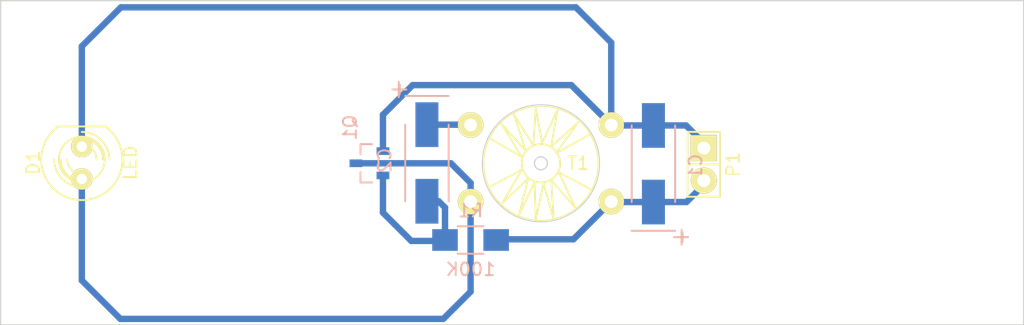
<source format=kicad_pcb>
(kicad_pcb (version 4) (host pcbnew "(2014-12-04 BZR 5312)-product")

  (general
    (links 12)
    (no_connects 0)
    (area 100.279999 88.849999 180.390001 114.350001)
    (thickness 1.6)
    (drawings 7)
    (tracks 44)
    (zones 0)
    (modules 7)
    (nets 6)
  )

  (page A4)
  (layers
    (0 F.Cu signal)
    (31 B.Cu signal)
    (32 B.Adhes user)
    (33 F.Adhes user)
    (34 B.Paste user)
    (35 F.Paste user)
    (36 B.SilkS user)
    (37 F.SilkS user)
    (38 B.Mask user)
    (39 F.Mask user)
    (40 Dwgs.User user)
    (41 Cmts.User user)
    (42 Eco1.User user)
    (43 Eco2.User user)
    (44 Edge.Cuts user)
    (45 Margin user)
    (46 B.CrtYd user)
    (47 F.CrtYd user)
    (48 B.Fab user)
    (49 F.Fab user)
  )

  (setup
    (last_trace_width 0.5)
    (trace_clearance 0.254)
    (zone_clearance 0.508)
    (zone_45_only no)
    (trace_min 0.254)
    (segment_width 0.2)
    (edge_width 0.1)
    (via_size 0.889)
    (via_drill 0.635)
    (via_min_size 0.889)
    (via_min_drill 0.508)
    (uvia_size 0.508)
    (uvia_drill 0.127)
    (uvias_allowed no)
    (uvia_min_size 0.508)
    (uvia_min_drill 0.127)
    (pcb_text_width 0.3)
    (pcb_text_size 1.5 1.5)
    (mod_edge_width 0.15)
    (mod_text_size 1 1)
    (mod_text_width 0.15)
    (pad_size 1.5 1.5)
    (pad_drill 0.6)
    (pad_to_mask_clearance 0)
    (aux_axis_origin 0 0)
    (visible_elements 7FFCFFFF)
    (pcbplotparams
      (layerselection 0x00030_80000001)
      (usegerberextensions false)
      (excludeedgelayer true)
      (linewidth 0.100000)
      (plotframeref false)
      (viasonmask false)
      (mode 1)
      (useauxorigin false)
      (hpglpennumber 1)
      (hpglpenspeed 20)
      (hpglpendiameter 15)
      (hpglpenoverlay 2)
      (psnegative false)
      (psa4output false)
      (plotreference true)
      (plotvalue true)
      (plotinvisibletext false)
      (padsonsilk false)
      (subtractmaskfromsilk false)
      (outputformat 1)
      (mirror false)
      (drillshape 1)
      (scaleselection 1)
      (outputdirectory ""))
  )

  (net 0 "")
  (net 1 "Net-(C1-Pad2)")
  (net 2 "Net-(C1-Pad1)")
  (net 3 "Net-(C2-Pad2)")
  (net 4 "Net-(C2-Pad1)")
  (net 5 "Net-(D1-Pad1)")

  (net_class Default "This is the default net class."
    (clearance 0.254)
    (trace_width 0.5)
    (via_dia 0.889)
    (via_drill 0.635)
    (uvia_dia 0.508)
    (uvia_drill 0.127)
    (add_net "Net-(C1-Pad1)")
    (add_net "Net-(C1-Pad2)")
    (add_net "Net-(C2-Pad1)")
    (add_net "Net-(C2-Pad2)")
    (add_net "Net-(D1-Pad1)")
  )

  (module LEDs:LED-5MM (layer F.Cu) (tedit 54ACF0C8) (tstamp 54ACF0DE)
    (at 106.68 101.6 90)
    (descr "LED 5mm - Lead pitch 100mil (2,54mm)")
    (tags "LED led 5mm 5MM 100mil 2,54mm")
    (path /54ACD0E8)
    (fp_text reference D1 (at 0 -3.81 90) (layer F.SilkS)
      (effects (font (size 1 1) (thickness 0.15)))
    )
    (fp_text value LED (at 0 3.81 90) (layer F.SilkS)
      (effects (font (size 1 1) (thickness 0.15)))
    )
    (fp_line (start 2.8448 1.905) (end 2.8448 -1.905) (layer F.SilkS) (width 0.15))
    (fp_circle (center 0.254 0) (end -1.016 1.27) (layer F.SilkS) (width 0.15))
    (fp_arc (start 0.254 0) (end 2.794 1.905) (angle 286.2) (layer F.SilkS) (width 0.15))
    (fp_arc (start 0.254 0) (end -0.889 0) (angle 90) (layer F.SilkS) (width 0.15))
    (fp_arc (start 0.254 0) (end 1.397 0) (angle 90) (layer F.SilkS) (width 0.15))
    (fp_arc (start 0.254 0) (end -1.397 0) (angle 90) (layer F.SilkS) (width 0.15))
    (fp_arc (start 0.254 0) (end 1.905 0) (angle 90) (layer F.SilkS) (width 0.15))
    (fp_arc (start 0.254 0) (end -1.905 0) (angle 90) (layer F.SilkS) (width 0.15))
    (fp_arc (start 0.254 0) (end 2.413 0) (angle 90) (layer F.SilkS) (width 0.15))
    (pad 1 thru_hole circle (at -1.27 0 90) (size 1.6764 1.6764) (drill 0.8128) (layers *.Cu *.Mask F.SilkS)
      (net 5 "Net-(D1-Pad1)"))
    (pad 2 thru_hole circle (at 1.27 0 90) (size 1.6764 1.6764) (drill 0.8128) (layers *.Cu *.Mask F.SilkS)
      (net 1 "Net-(C1-Pad2)"))
    (model LEDs/LED-5MM.wrl
      (at (xyz 0 0 0))
      (scale (xyz 1 1 1))
      (rotate (xyz 0 0 0))
    )
  )

  (module Pin_Headers:Pin_Header_Straight_1x02 (layer F.Cu) (tedit 54AE1660) (tstamp 54AD04A3)
    (at 155.32608 101.72192 270)
    (descr "Through hole pin header")
    (tags "pin header")
    (path /54ACCF56)
    (fp_text reference P1 (at 0 -2.286 270) (layer F.SilkS)
      (effects (font (size 1 1) (thickness 0.15)))
    )
    (fp_text value "-   +" (at 0.254 -1.905 270) (layer F.SilkS) hide
      (effects (font (size 1 1) (thickness 0.15)))
    )
    (fp_line (start 0 -1.27) (end 0 1.27) (layer F.SilkS) (width 0.15))
    (fp_line (start -2.54 -1.27) (end -2.54 1.27) (layer F.SilkS) (width 0.15))
    (fp_line (start -2.54 1.27) (end 0 1.27) (layer F.SilkS) (width 0.15))
    (fp_line (start 0 1.27) (end 2.54 1.27) (layer F.SilkS) (width 0.15))
    (fp_line (start 2.54 1.27) (end 2.54 -1.27) (layer F.SilkS) (width 0.15))
    (fp_line (start 2.54 -1.27) (end -2.54 -1.27) (layer F.SilkS) (width 0.15))
    (pad 1 thru_hole rect (at -1.27 0 270) (size 2.032 2.032) (drill 1.016) (layers *.Cu *.Mask F.SilkS)
      (net 1 "Net-(C1-Pad2)"))
    (pad 2 thru_hole oval (at 1.27 0 270) (size 2.032 2.032) (drill 1.016) (layers *.Cu *.Mask F.SilkS)
      (net 2 "Net-(C1-Pad1)"))
    (model Pin_Headers/Pin_Header_Straight_1x02.wrl
      (at (xyz 0 0 0))
      (scale (xyz 1 1 1))
      (rotate (xyz 0 0 0))
    )
  )

  (module Transistors_SMD:sot23 (layer B.Cu) (tedit 54AE1C67) (tstamp 54ACF0EB)
    (at 129.17424 101.64064 270)
    (descr SOT23)
    (path /54ACD08F)
    (attr smd)
    (fp_text reference Q1 (at -2.794 1.524 270) (layer B.SilkS)
      (effects (font (size 1 1) (thickness 0.15)) (justify mirror))
    )
    (fp_text value 2N3904 (at 3.81 1.524 270) (layer B.SilkS) hide
      (effects (font (size 1 1) (thickness 0.15)) (justify mirror))
    )
    (fp_line (start -1.5 -0.2) (end -1.5 0.7) (layer B.SilkS) (width 0.15))
    (fp_line (start -1.5 0.7) (end -0.7 0.7) (layer B.SilkS) (width 0.15))
    (fp_line (start 1.5 -0.2) (end 1.5 0.7) (layer B.SilkS) (width 0.15))
    (fp_line (start 1.5 0.7) (end 0.7 0.7) (layer B.SilkS) (width 0.15))
    (fp_line (start 0.3 -0.7) (end -0.3 -0.7) (layer B.SilkS) (width 0.15))
    (pad 1 smd rect (at -0.9525 -1.05664 270) (size 0.59944 1.00076) (layers B.Cu B.Paste B.Mask)
      (net 1 "Net-(C1-Pad2)"))
    (pad 3 smd rect (at 0 1.05664 270) (size 0.59944 1.00076) (layers B.Cu B.Paste B.Mask)
      (net 5 "Net-(D1-Pad1)"))
    (pad 2 smd rect (at 0.9525 -1.05664 270) (size 0.59944 1.00076) (layers B.Cu B.Paste B.Mask)
      (net 3 "Net-(C2-Pad2)"))
    (model Transistors_SMD/sot23.wrl
      (at (xyz 0 0 0))
      (scale (xyz 1 1 1))
      (rotate (xyz 0 0 0))
    )
  )

  (module Choke_Toroid_ThroughHole:Transformer_Toroid_horizontal_Diameter9mm_Amidon-T30 (layer F.Cu) (tedit 54AE161A) (tstamp 54ACF0F9)
    (at 142.58544 101.64064 180)
    (descr "Transformer, Toroid, horizontal, laying, Diameter 9mm, Amidon, T30,")
    (tags "Transformer, Toroid, horizontal, laying, Diameter 9mm, Amidon, T30,")
    (path /54ACF48F)
    (fp_text reference T1 (at -2.921 0 180) (layer F.SilkS)
      (effects (font (size 1 1) (thickness 0.15)))
    )
    (fp_text value torroid21T (at 0 7.62 180) (layer F.SilkS) hide
      (effects (font (size 1 1) (thickness 0.15)))
    )
    (fp_line (start -3.8989 2.30124) (end -1.19888 0.8001) (layer F.SilkS) (width 0.15))
    (fp_line (start -1.19888 0.8001) (end -2.90068 3.2004) (layer F.SilkS) (width 0.15))
    (fp_line (start -2.90068 3.2004) (end -0.8001 1.30048) (layer F.SilkS) (width 0.15))
    (fp_line (start -0.8001 1.30048) (end -1.30048 4.20116) (layer F.SilkS) (width 0.15))
    (fp_line (start -1.30048 4.20116) (end -0.09906 1.6002) (layer F.SilkS) (width 0.15))
    (fp_line (start -0.09906 1.6002) (end 0.39878 4.30022) (layer F.SilkS) (width 0.15))
    (fp_line (start 0.39878 4.30022) (end 0.59944 1.39954) (layer F.SilkS) (width 0.15))
    (fp_line (start 0.59944 1.39954) (end 2.10058 3.79984) (layer F.SilkS) (width 0.15))
    (fp_line (start 2.10058 3.79984) (end 1.19888 1.00076) (layer F.SilkS) (width 0.15))
    (fp_line (start 1.19888 1.00076) (end 3.0988 3.0988) (layer F.SilkS) (width 0.15))
    (fp_line (start 3.0988 3.0988) (end 1.50114 0.50038) (layer F.SilkS) (width 0.15))
    (fp_line (start 1.50114 0.50038) (end 3.8989 1.89992) (layer F.SilkS) (width 0.15))
    (fp_line (start -4.0005 -2.10058) (end -1.39954 -0.70104) (layer F.SilkS) (width 0.15))
    (fp_line (start -1.39954 -0.70104) (end -2.70002 -3.50012) (layer F.SilkS) (width 0.15))
    (fp_line (start -2.70002 -3.50012) (end -0.8001 -1.30048) (layer F.SilkS) (width 0.15))
    (fp_line (start -0.8001 -1.30048) (end -1.00076 -4.39928) (layer F.SilkS) (width 0.15))
    (fp_line (start -1.00076 -4.39928) (end -0.20066 -1.6002) (layer F.SilkS) (width 0.15))
    (fp_line (start -0.20066 -1.6002) (end 0.39878 -4.39928) (layer F.SilkS) (width 0.15))
    (fp_line (start 0.39878 -4.39928) (end 0.50038 -1.50114) (layer F.SilkS) (width 0.15))
    (fp_line (start 0.50038 -1.50114) (end 1.69926 -4.0005) (layer F.SilkS) (width 0.15))
    (fp_line (start 1.69926 -4.0005) (end 1.00076 -1.19888) (layer F.SilkS) (width 0.15))
    (fp_line (start 1.00076 -1.19888) (end 2.99974 -3.0988) (layer F.SilkS) (width 0.15))
    (fp_line (start 2.99974 -3.0988) (end 1.50114 -0.50038) (layer F.SilkS) (width 0.15))
    (fp_line (start 1.50114 -0.50038) (end 3.8989 -1.80086) (layer F.SilkS) (width 0.15))
    (fp_circle (center 0 0) (end 1.50114 0) (layer F.SilkS) (width 0.15))
    (fp_circle (center 0 0) (end 4.50088 0) (layer F.SilkS) (width 0.15))
    (pad 1 thru_hole circle (at -5.4991 2.99974 180) (size 1.99898 1.99898) (drill 1.00076) (layers *.Cu *.Mask F.SilkS)
      (net 1 "Net-(C1-Pad2)"))
    (pad 2 thru_hole circle (at 5.4991 2.99974 180) (size 1.99898 1.99898) (drill 1.00076) (layers *.Cu *.Mask F.SilkS)
      (net 4 "Net-(C2-Pad1)"))
    (pad 3 thru_hole circle (at -5.4991 -2.99974 180) (size 1.99898 1.99898) (drill 1.00076) (layers *.Cu *.Mask F.SilkS)
      (net 2 "Net-(C1-Pad1)"))
    (pad 4 thru_hole circle (at 5.4991 -2.99974 180) (size 1.99898 1.99898) (drill 1.00076) (layers *.Cu *.Mask F.SilkS)
      (net 5 "Net-(D1-Pad1)"))
  )

  (module Resistors_SMD:R_1206_HandSoldering (layer B.Cu) (tedit 5418A20D) (tstamp 54AE3E44)
    (at 137.0838 107.65028 180)
    (descr "Resistor SMD 1206, hand soldering")
    (tags "resistor 1206")
    (path /54ACCFB9)
    (attr smd)
    (fp_text reference R1 (at 0 2.3 180) (layer B.SilkS)
      (effects (font (size 1 1) (thickness 0.15)) (justify mirror))
    )
    (fp_text value 100K (at 0 -2.3 180) (layer B.SilkS)
      (effects (font (size 1 1) (thickness 0.15)) (justify mirror))
    )
    (fp_line (start -3.3 1.2) (end 3.3 1.2) (layer B.CrtYd) (width 0.05))
    (fp_line (start -3.3 -1.2) (end 3.3 -1.2) (layer B.CrtYd) (width 0.05))
    (fp_line (start -3.3 1.2) (end -3.3 -1.2) (layer B.CrtYd) (width 0.05))
    (fp_line (start 3.3 1.2) (end 3.3 -1.2) (layer B.CrtYd) (width 0.05))
    (fp_line (start 1 -1.075) (end -1 -1.075) (layer B.SilkS) (width 0.15))
    (fp_line (start -1 1.075) (end 1 1.075) (layer B.SilkS) (width 0.15))
    (pad 1 smd rect (at -2 0 180) (size 2 1.7) (layers B.Cu B.Paste B.Mask)
      (net 2 "Net-(C1-Pad1)"))
    (pad 2 smd rect (at 2 0 180) (size 2 1.7) (layers B.Cu B.Paste B.Mask)
      (net 3 "Net-(C2-Pad2)"))
    (model Resistors_SMD/R_1206_HandSoldering.wrl
      (at (xyz 0 0 0))
      (scale (xyz 1 1 1))
      (rotate (xyz 0 0 0))
    )
  )

  (module Capacitors_Tantalum_SMD:TantalC_SizeC_EIA-6032_HandSoldering (layer B.Cu) (tedit 54AE3EDE) (tstamp 54AE3EE9)
    (at 151.384 101.6762 90)
    (descr "Tantal Cap. , Size C, EIA-6032, Hand Soldering,")
    (tags "Tantal Cap. , Size C, EIA-6032, Hand Soldering,")
    (path /54ACD01E)
    (attr smd)
    (fp_text reference C1 (at -0.20066 3.29946 90) (layer B.SilkS)
      (effects (font (size 1 1) (thickness 0.15)) (justify mirror))
    )
    (fp_text value 100uF (at -0.09906 -3.59918 90) (layer B.SilkS) hide
      (effects (font (size 1 1) (thickness 0.15)) (justify mirror))
    )
    (fp_line (start -5.25018 1.69926) (end -5.25018 -1.69926) (layer B.SilkS) (width 0.15))
    (fp_line (start 2.99974 -1.69926) (end -2.99974 -1.69926) (layer B.SilkS) (width 0.15))
    (fp_line (start 2.99974 1.69926) (end -2.99974 1.69926) (layer B.SilkS) (width 0.15))
    (fp_text user + (at -5.75056 2.19964 90) (layer B.SilkS)
      (effects (font (size 1 1) (thickness 0.15)) (justify mirror))
    )
    (fp_line (start -5.7531 2.70256) (end -5.7531 1.60274) (layer B.SilkS) (width 0.15))
    (fp_line (start -6.35254 2.20218) (end -5.15366 2.20218) (layer B.SilkS) (width 0.15))
    (pad 2 smd rect (at 2.99974 0 90) (size 3.50012 1.80086) (layers B.Cu B.Paste B.Mask)
      (net 1 "Net-(C1-Pad2)"))
    (pad 1 smd rect (at -2.99974 0 90) (size 3.50012 1.80086) (layers B.Cu B.Paste B.Mask)
      (net 2 "Net-(C1-Pad1)"))
    (model Capacitors_Tantalum_SMD/TantalC_SizeC_EIA-6032_HandSoldering.wrl
      (at (xyz 0 0 0))
      (scale (xyz 1 1 1))
      (rotate (xyz 0 0 180))
    )
  )

  (module Capacitors_Tantalum_SMD:TantalC_SizeC_EIA-6032_HandSoldering (layer B.Cu) (tedit 54AE3EDE) (tstamp 54AE3EF4)
    (at 133.67004 101.61524 270)
    (descr "Tantal Cap. , Size C, EIA-6032, Hand Soldering,")
    (tags "Tantal Cap. , Size C, EIA-6032, Hand Soldering,")
    (path /54ACD061)
    (attr smd)
    (fp_text reference C2 (at -0.20066 3.29946 270) (layer B.SilkS)
      (effects (font (size 1 1) (thickness 0.15)) (justify mirror))
    )
    (fp_text value 100uF (at -0.09906 -3.59918 270) (layer B.SilkS) hide
      (effects (font (size 1 1) (thickness 0.15)) (justify mirror))
    )
    (fp_line (start -5.25018 1.69926) (end -5.25018 -1.69926) (layer B.SilkS) (width 0.15))
    (fp_line (start 2.99974 -1.69926) (end -2.99974 -1.69926) (layer B.SilkS) (width 0.15))
    (fp_line (start 2.99974 1.69926) (end -2.99974 1.69926) (layer B.SilkS) (width 0.15))
    (fp_text user + (at -5.75056 2.19964 270) (layer B.SilkS)
      (effects (font (size 1 1) (thickness 0.15)) (justify mirror))
    )
    (fp_line (start -5.7531 2.70256) (end -5.7531 1.60274) (layer B.SilkS) (width 0.15))
    (fp_line (start -6.35254 2.20218) (end -5.15366 2.20218) (layer B.SilkS) (width 0.15))
    (pad 2 smd rect (at 2.99974 0 270) (size 3.50012 1.80086) (layers B.Cu B.Paste B.Mask)
      (net 3 "Net-(C2-Pad2)"))
    (pad 1 smd rect (at -2.99974 0 270) (size 3.50012 1.80086) (layers B.Cu B.Paste B.Mask)
      (net 4 "Net-(C2-Pad1)"))
    (model Capacitors_Tantalum_SMD/TantalC_SizeC_EIA-6032_HandSoldering.wrl
      (at (xyz 0 0 0))
      (scale (xyz 1 1 1))
      (rotate (xyz 0 0 180))
    )
  )

  (gr_text "!polaritet je suprotan od prikazanog-\n obrati pažnju na prvi capapol!" (at 158.9532 101.5365 90) (layer Cmts.User)
    (effects (font (size 0.5 0.5) (thickness 0.1)))
  )
  (gr_circle (center 142.58544 101.64064) (end 143.09344 101.64064) (layer Edge.Cuts) (width 0.1))
  (gr_circle (center 142.58544 101.64064) (end 147.15744 101.89464) (layer Edge.Cuts) (width 0.1))
  (gr_line (start 100.33 114.3) (end 100.33 88.9) (angle 90) (layer Edge.Cuts) (width 0.1))
  (gr_line (start 180.34 114.3) (end 100.33 114.3) (angle 90) (layer Edge.Cuts) (width 0.1))
  (gr_line (start 180.34 88.9) (end 180.34 114.3) (angle 90) (layer Edge.Cuts) (width 0.1))
  (gr_line (start 100.33 88.9) (end 180.34 88.9) (angle 90) (layer Edge.Cuts) (width 0.1))

  (segment (start 106.68 100.33) (end 106.68 92.47632) (width 0.5) (layer B.Cu) (net 1) (status 400000))
  (segment (start 148.08454 92.1893) (end 148.08454 98.6409) (width 0.5) (layer B.Cu) (net 1) (tstamp 54AE42F4) (status 800000))
  (segment (start 145.31848 89.42324) (end 148.08454 92.1893) (width 0.5) (layer B.Cu) (net 1) (tstamp 54AE42EF))
  (segment (start 109.73308 89.42324) (end 145.31848 89.42324) (width 0.5) (layer B.Cu) (net 1) (tstamp 54AE42D7))
  (segment (start 106.68 92.47632) (end 109.73308 89.42324) (width 0.5) (layer B.Cu) (net 1) (tstamp 54AE42CE))
  (segment (start 155.32608 100.45192) (end 155.32608 100.06584) (width 0.5) (layer B.Cu) (net 1) (status C00000))
  (segment (start 155.32608 100.06584) (end 153.9367 98.67646) (width 0.5) (layer B.Cu) (net 1) (tstamp 54AE428B) (status 400000))
  (segment (start 153.9367 98.67646) (end 151.384 98.67646) (width 0.5) (layer B.Cu) (net 1) (tstamp 54AE428E) (status 800000))
  (segment (start 151.384 98.67646) (end 148.1201 98.67646) (width 0.5) (layer B.Cu) (net 1))
  (segment (start 148.1201 98.67646) (end 148.08454 98.6409) (width 0.5) (layer B.Cu) (net 1) (tstamp 54AE4263))
  (segment (start 155.321 100.33) (end 155.321 99.68992) (width 0.5) (layer B.Cu) (net 1))
  (segment (start 130.23088 100.68814) (end 130.23088 97.8408) (width 0.5) (layer B.Cu) (net 1))
  (segment (start 144.96288 95.51924) (end 148.08454 98.6409) (width 0.5) (layer B.Cu) (net 1) (tstamp 54AE40AB))
  (segment (start 132.55244 95.51924) (end 144.96288 95.51924) (width 0.5) (layer B.Cu) (net 1) (tstamp 54AE40A3))
  (segment (start 130.23088 97.8408) (end 132.55244 95.51924) (width 0.5) (layer B.Cu) (net 1) (tstamp 54AE4094))
  (segment (start 148.08454 98.6409) (end 148.08454 98.63074) (width 0.5) (layer B.Cu) (net 1))
  (segment (start 151.384 104.67594) (end 148.1201 104.67594) (width 0.5) (layer B.Cu) (net 2) (status C00000))
  (segment (start 148.1201 104.67594) (end 148.08454 104.64038) (width 0.5) (layer B.Cu) (net 2) (tstamp 54AE42A0) (status C00000))
  (segment (start 155.32608 102.99192) (end 155.32608 103.32212) (width 0.5) (layer B.Cu) (net 2) (status C00000))
  (segment (start 155.32608 103.32212) (end 153.97226 104.67594) (width 0.5) (layer B.Cu) (net 2) (tstamp 54AE4286) (status 400000))
  (segment (start 153.97226 104.67594) (end 151.384 104.67594) (width 0.5) (layer B.Cu) (net 2) (tstamp 54AE4288) (status 800000))
  (segment (start 148.08454 104.64038) (end 148.08454 104.90454) (width 0.5) (layer F.Cu) (net 2))
  (segment (start 148.08454 104.64038) (end 148.08454 104.65054) (width 0.5) (layer F.Cu) (net 2))
  (segment (start 145.13052 107.5944) (end 148.08454 104.64038) (width 0.5) (layer B.Cu) (net 2) (tstamp 54AE1B37))
  (segment (start 138.43888 107.5944) (end 145.13052 107.5944) (width 0.5) (layer B.Cu) (net 2))
  (segment (start 135.0838 107.65028) (end 135.0838 105.10672) (width 0.5) (layer B.Cu) (net 3))
  (segment (start 134.59206 104.61498) (end 133.67004 104.61498) (width 0.5) (layer B.Cu) (net 3) (tstamp 54AE414A))
  (segment (start 135.0838 105.10672) (end 134.59206 104.61498) (width 0.5) (layer B.Cu) (net 3) (tstamp 54AE4143))
  (segment (start 130.23088 102.59314) (end 130.23088 105.5116) (width 0.5) (layer B.Cu) (net 3))
  (segment (start 132.44068 107.7214) (end 135.01268 107.7214) (width 0.5) (layer B.Cu) (net 3) (tstamp 54AE40DF))
  (segment (start 130.23088 105.5116) (end 132.44068 107.7214) (width 0.5) (layer B.Cu) (net 3) (tstamp 54AE40DC))
  (segment (start 135.01268 107.7214) (end 135.0838 107.65028) (width 0.5) (layer B.Cu) (net 3) (tstamp 54AE40E3))
  (segment (start 133.67004 98.6155) (end 137.06094 98.6155) (width 0.5) (layer B.Cu) (net 4))
  (segment (start 137.06094 98.6155) (end 137.08634 98.6409) (width 0.5) (layer B.Cu) (net 4) (tstamp 54AE4071))
  (segment (start 137.08634 98.88474) (end 137.08634 98.6409) (width 0.5) (layer B.Cu) (net 4) (tstamp 54ACFDCF))
  (segment (start 136.69518 98.6409) (end 137.08634 98.6409) (width 0.9) (layer B.Cu) (net 4) (tstamp 54ACF6DE))
  (segment (start 106.68 102.87) (end 106.68 110.81512) (width 0.5) (layer B.Cu) (net 5) (status 400000))
  (segment (start 137.08634 111.69142) (end 137.08634 104.64038) (width 0.5) (layer B.Cu) (net 5) (tstamp 54AE42B9) (status 800000))
  (segment (start 134.9502 113.82756) (end 137.08634 111.69142) (width 0.5) (layer B.Cu) (net 5) (tstamp 54AE42B6))
  (segment (start 109.69244 113.82756) (end 134.9502 113.82756) (width 0.5) (layer B.Cu) (net 5) (tstamp 54AE42B0))
  (segment (start 106.68 110.81512) (end 109.69244 113.82756) (width 0.5) (layer B.Cu) (net 5) (tstamp 54AE42A6))
  (segment (start 128.1176 101.64064) (end 135.54964 101.64064) (width 0.5) (layer B.Cu) (net 5))
  (segment (start 137.08634 103.17734) (end 137.08634 104.64038) (width 0.5) (layer B.Cu) (net 5) (tstamp 54AE408C))
  (segment (start 135.54964 101.64064) (end 137.08634 103.17734) (width 0.5) (layer B.Cu) (net 5) (tstamp 54AE4087))

)

</source>
